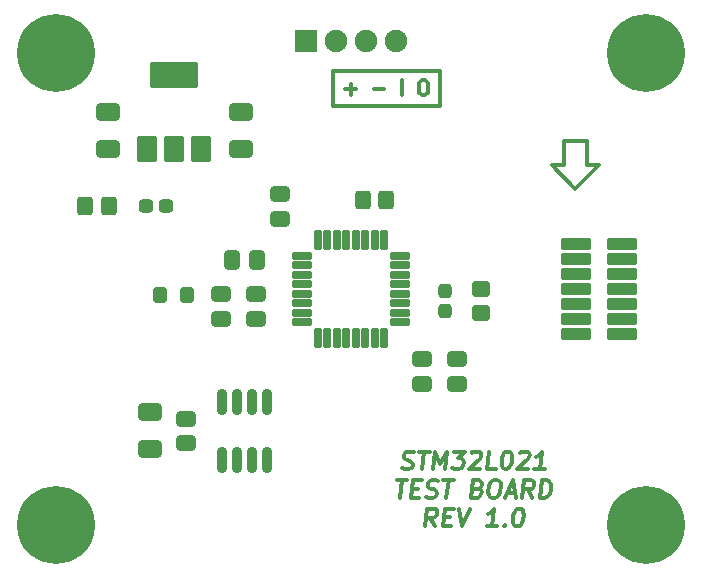
<source format=gbr>
%TF.GenerationSoftware,KiCad,Pcbnew,(6.0.2)*%
%TF.CreationDate,2022-03-31T10:51:58+02:00*%
%TF.ProjectId,stm32l02,73746d33-326c-4303-922e-6b696361645f,rev?*%
%TF.SameCoordinates,Original*%
%TF.FileFunction,Soldermask,Top*%
%TF.FilePolarity,Negative*%
%FSLAX46Y46*%
G04 Gerber Fmt 4.6, Leading zero omitted, Abs format (unit mm)*
G04 Created by KiCad (PCBNEW (6.0.2)) date 2022-03-31 10:51:58*
%MOMM*%
%LPD*%
G01*
G04 APERTURE LIST*
G04 Aperture macros list*
%AMRoundRect*
0 Rectangle with rounded corners*
0 $1 Rounding radius*
0 $2 $3 $4 $5 $6 $7 $8 $9 X,Y pos of 4 corners*
0 Add a 4 corners polygon primitive as box body*
4,1,4,$2,$3,$4,$5,$6,$7,$8,$9,$2,$3,0*
0 Add four circle primitives for the rounded corners*
1,1,$1+$1,$2,$3*
1,1,$1+$1,$4,$5*
1,1,$1+$1,$6,$7*
1,1,$1+$1,$8,$9*
0 Add four rect primitives between the rounded corners*
20,1,$1+$1,$2,$3,$4,$5,0*
20,1,$1+$1,$4,$5,$6,$7,0*
20,1,$1+$1,$6,$7,$8,$9,0*
20,1,$1+$1,$8,$9,$2,$3,0*%
G04 Aperture macros list end*
%ADD10C,0.300000*%
%ADD11RoundRect,0.350000X-0.350000X-0.450000X0.350000X-0.450000X0.350000X0.450000X-0.350000X0.450000X0*%
%ADD12RoundRect,0.350000X0.337500X0.475000X-0.337500X0.475000X-0.337500X-0.475000X0.337500X-0.475000X0*%
%ADD13C,6.600000*%
%ADD14RoundRect,0.337500X-0.237500X0.287500X-0.237500X-0.287500X0.237500X-0.287500X0.237500X0.287500X0*%
%ADD15RoundRect,0.350000X-0.475000X0.337500X-0.475000X-0.337500X0.475000X-0.337500X0.475000X0.337500X0*%
%ADD16RoundRect,0.350000X0.650000X-0.412500X0.650000X0.412500X-0.650000X0.412500X-0.650000X-0.412500X0*%
%ADD17RoundRect,0.225000X-0.625000X-0.125000X0.625000X-0.125000X0.625000X0.125000X-0.625000X0.125000X0*%
%ADD18RoundRect,0.225000X-0.125000X-0.625000X0.125000X-0.625000X0.125000X0.625000X-0.125000X0.625000X0*%
%ADD19RoundRect,0.350000X0.475000X-0.337500X0.475000X0.337500X-0.475000X0.337500X-0.475000X-0.337500X0*%
%ADD20RoundRect,0.100000X-1.200000X-0.370000X1.200000X-0.370000X1.200000X0.370000X-1.200000X0.370000X0*%
%ADD21RoundRect,0.350000X-0.275000X-0.350000X0.275000X-0.350000X0.275000X0.350000X-0.275000X0.350000X0*%
%ADD22RoundRect,0.350000X-0.450000X0.350000X-0.450000X-0.350000X0.450000X-0.350000X0.450000X0.350000X0*%
%ADD23RoundRect,0.337500X-0.287500X-0.237500X0.287500X-0.237500X0.287500X0.237500X-0.287500X0.237500X0*%
%ADD24RoundRect,0.250000X0.150000X-0.825000X0.150000X0.825000X-0.150000X0.825000X-0.150000X-0.825000X0*%
%ADD25RoundRect,0.350000X-0.650000X0.412500X-0.650000X-0.412500X0.650000X-0.412500X0.650000X0.412500X0*%
%ADD26RoundRect,0.350000X0.350000X0.450000X-0.350000X0.450000X-0.350000X-0.450000X0.350000X-0.450000X0*%
%ADD27RoundRect,0.100000X0.750000X-1.000000X0.750000X1.000000X-0.750000X1.000000X-0.750000X-1.000000X0*%
%ADD28RoundRect,0.100000X1.900000X-1.000000X1.900000X1.000000X-1.900000X1.000000X-1.900000X-1.000000X0*%
%ADD29RoundRect,0.100000X-0.850000X0.850000X-0.850000X-0.850000X0.850000X-0.850000X0.850000X0.850000X0*%
%ADD30O,1.900000X1.900000*%
G04 APERTURE END LIST*
D10*
X63500000Y-31500000D02*
X72500000Y-31500000D01*
X82000000Y-39500000D02*
X83000000Y-39500000D01*
X63500000Y-34500000D02*
X63500000Y-31500000D01*
X72500000Y-34500000D02*
X63500000Y-34500000D01*
X84000000Y-41500000D02*
X82000000Y-39500000D01*
X72500000Y-31500000D02*
X72500000Y-34500000D01*
X85000000Y-37500000D02*
X85000000Y-39500000D01*
X83000000Y-37500000D02*
X85000000Y-37500000D01*
X86000000Y-39500000D02*
X84000000Y-41500000D01*
X83000000Y-39500000D02*
X83000000Y-37500000D01*
X85000000Y-39500000D02*
X86000000Y-39500000D01*
X69331205Y-65192142D02*
X69536562Y-65263571D01*
X69893705Y-65263571D01*
X70045491Y-65192142D01*
X70125848Y-65120714D01*
X70215133Y-64977857D01*
X70232991Y-64835000D01*
X70179419Y-64692142D01*
X70116919Y-64620714D01*
X69982991Y-64549285D01*
X69706205Y-64477857D01*
X69572276Y-64406428D01*
X69509776Y-64335000D01*
X69456205Y-64192142D01*
X69474062Y-64049285D01*
X69563348Y-63906428D01*
X69643705Y-63835000D01*
X69795491Y-63763571D01*
X70152633Y-63763571D01*
X70357991Y-63835000D01*
X70795491Y-63763571D02*
X71652633Y-63763571D01*
X71036562Y-65263571D02*
X71224062Y-63763571D01*
X71965133Y-65263571D02*
X72152633Y-63763571D01*
X72518705Y-64835000D01*
X73152633Y-63763571D01*
X72965133Y-65263571D01*
X73724062Y-63763571D02*
X74652633Y-63763571D01*
X74081205Y-64335000D01*
X74295491Y-64335000D01*
X74429419Y-64406428D01*
X74491919Y-64477857D01*
X74545491Y-64620714D01*
X74500848Y-64977857D01*
X74411562Y-65120714D01*
X74331205Y-65192142D01*
X74179419Y-65263571D01*
X73750848Y-65263571D01*
X73616919Y-65192142D01*
X73554419Y-65120714D01*
X75206205Y-63906428D02*
X75286562Y-63835000D01*
X75438348Y-63763571D01*
X75795491Y-63763571D01*
X75929419Y-63835000D01*
X75991919Y-63906428D01*
X76045491Y-64049285D01*
X76027633Y-64192142D01*
X75929419Y-64406428D01*
X74965133Y-65263571D01*
X75893705Y-65263571D01*
X77250848Y-65263571D02*
X76536562Y-65263571D01*
X76724062Y-63763571D01*
X78224062Y-63763571D02*
X78366919Y-63763571D01*
X78500848Y-63835000D01*
X78563348Y-63906428D01*
X78616919Y-64049285D01*
X78652633Y-64335000D01*
X78607991Y-64692142D01*
X78500848Y-64977857D01*
X78411562Y-65120714D01*
X78331205Y-65192142D01*
X78179419Y-65263571D01*
X78036562Y-65263571D01*
X77902633Y-65192142D01*
X77840133Y-65120714D01*
X77786562Y-64977857D01*
X77750848Y-64692142D01*
X77795491Y-64335000D01*
X77902633Y-64049285D01*
X77991919Y-63906428D01*
X78072276Y-63835000D01*
X78224062Y-63763571D01*
X79277633Y-63906428D02*
X79357991Y-63835000D01*
X79509776Y-63763571D01*
X79866919Y-63763571D01*
X80000848Y-63835000D01*
X80063348Y-63906428D01*
X80116919Y-64049285D01*
X80099062Y-64192142D01*
X80000848Y-64406428D01*
X79036562Y-65263571D01*
X79965133Y-65263571D01*
X81393705Y-65263571D02*
X80536562Y-65263571D01*
X80965133Y-65263571D02*
X81152633Y-63763571D01*
X80982991Y-63977857D01*
X80822276Y-64120714D01*
X80670491Y-64192142D01*
X68902633Y-66178571D02*
X69759776Y-66178571D01*
X69143705Y-67678571D02*
X69331205Y-66178571D01*
X70170491Y-66892857D02*
X70670491Y-66892857D01*
X70786562Y-67678571D02*
X70072276Y-67678571D01*
X70259776Y-66178571D01*
X70974062Y-66178571D01*
X71366919Y-67607142D02*
X71572276Y-67678571D01*
X71929419Y-67678571D01*
X72081205Y-67607142D01*
X72161562Y-67535714D01*
X72250848Y-67392857D01*
X72268705Y-67250000D01*
X72215133Y-67107142D01*
X72152633Y-67035714D01*
X72018705Y-66964285D01*
X71741919Y-66892857D01*
X71607991Y-66821428D01*
X71545491Y-66750000D01*
X71491919Y-66607142D01*
X71509776Y-66464285D01*
X71599062Y-66321428D01*
X71679419Y-66250000D01*
X71831205Y-66178571D01*
X72188348Y-66178571D01*
X72393705Y-66250000D01*
X72831205Y-66178571D02*
X73688348Y-66178571D01*
X73072276Y-67678571D02*
X73259776Y-66178571D01*
X75741919Y-66892857D02*
X75947276Y-66964285D01*
X76009776Y-67035714D01*
X76063348Y-67178571D01*
X76036562Y-67392857D01*
X75947276Y-67535714D01*
X75866919Y-67607142D01*
X75715133Y-67678571D01*
X75143705Y-67678571D01*
X75331205Y-66178571D01*
X75831205Y-66178571D01*
X75965133Y-66250000D01*
X76027633Y-66321428D01*
X76081205Y-66464285D01*
X76063348Y-66607142D01*
X75974062Y-66750000D01*
X75893705Y-66821428D01*
X75741919Y-66892857D01*
X75241919Y-66892857D01*
X77116919Y-66178571D02*
X77402633Y-66178571D01*
X77536562Y-66250000D01*
X77661562Y-66392857D01*
X77697276Y-66678571D01*
X77634776Y-67178571D01*
X77527633Y-67464285D01*
X77366919Y-67607142D01*
X77215133Y-67678571D01*
X76929419Y-67678571D01*
X76795491Y-67607142D01*
X76670491Y-67464285D01*
X76634776Y-67178571D01*
X76697276Y-66678571D01*
X76804419Y-66392857D01*
X76965133Y-66250000D01*
X77116919Y-66178571D01*
X78197276Y-67250000D02*
X78911562Y-67250000D01*
X78000848Y-67678571D02*
X78688348Y-66178571D01*
X79000848Y-67678571D01*
X80357991Y-67678571D02*
X79947276Y-66964285D01*
X79500848Y-67678571D02*
X79688348Y-66178571D01*
X80259776Y-66178571D01*
X80393705Y-66250000D01*
X80456205Y-66321428D01*
X80509776Y-66464285D01*
X80482991Y-66678571D01*
X80393705Y-66821428D01*
X80313348Y-66892857D01*
X80161562Y-66964285D01*
X79590133Y-66964285D01*
X81000848Y-67678571D02*
X81188348Y-66178571D01*
X81545491Y-66178571D01*
X81750848Y-66250000D01*
X81875848Y-66392857D01*
X81929419Y-66535714D01*
X81965133Y-66821428D01*
X81938348Y-67035714D01*
X81831205Y-67321428D01*
X81741919Y-67464285D01*
X81581205Y-67607142D01*
X81357991Y-67678571D01*
X81000848Y-67678571D01*
X72143705Y-70093571D02*
X71732991Y-69379285D01*
X71286562Y-70093571D02*
X71474062Y-68593571D01*
X72045491Y-68593571D01*
X72179419Y-68665000D01*
X72241919Y-68736428D01*
X72295491Y-68879285D01*
X72268705Y-69093571D01*
X72179419Y-69236428D01*
X72099062Y-69307857D01*
X71947276Y-69379285D01*
X71375848Y-69379285D01*
X72884776Y-69307857D02*
X73384776Y-69307857D01*
X73500848Y-70093571D02*
X72786562Y-70093571D01*
X72974062Y-68593571D01*
X73688348Y-68593571D01*
X74116919Y-68593571D02*
X74429419Y-70093571D01*
X75116919Y-68593571D01*
X77357991Y-70093571D02*
X76500848Y-70093571D01*
X76929419Y-70093571D02*
X77116919Y-68593571D01*
X76947276Y-68807857D01*
X76786562Y-68950714D01*
X76634776Y-69022142D01*
X78018705Y-69950714D02*
X78081205Y-70022142D01*
X78000848Y-70093571D01*
X77938348Y-70022142D01*
X78018705Y-69950714D01*
X78000848Y-70093571D01*
X79188348Y-68593571D02*
X79331205Y-68593571D01*
X79465133Y-68665000D01*
X79527633Y-68736428D01*
X79581205Y-68879285D01*
X79616919Y-69165000D01*
X79572276Y-69522142D01*
X79465133Y-69807857D01*
X79375848Y-69950714D01*
X79295491Y-70022142D01*
X79143705Y-70093571D01*
X79000848Y-70093571D01*
X78866919Y-70022142D01*
X78804419Y-69950714D01*
X78750848Y-69807857D01*
X78715133Y-69522142D01*
X78759776Y-69165000D01*
X78866919Y-68879285D01*
X78956205Y-68736428D01*
X79036562Y-68665000D01*
X79188348Y-68593571D01*
X64514285Y-33085714D02*
X65428571Y-33085714D01*
X64971428Y-33542857D02*
X64971428Y-32628571D01*
X66914285Y-33085714D02*
X67828571Y-33085714D01*
X69314285Y-33542857D02*
X69314285Y-32342857D01*
X71028571Y-32342857D02*
X71257142Y-32342857D01*
X71371428Y-32400000D01*
X71485714Y-32514285D01*
X71542857Y-32742857D01*
X71542857Y-33142857D01*
X71485714Y-33371428D01*
X71371428Y-33485714D01*
X71257142Y-33542857D01*
X71028571Y-33542857D01*
X70914285Y-33485714D01*
X70800000Y-33371428D01*
X70742857Y-33142857D01*
X70742857Y-32742857D01*
X70800000Y-32514285D01*
X70914285Y-32400000D01*
X71028571Y-32342857D01*
D11*
%TO.C,R3*%
X66000000Y-42500000D03*
X68000000Y-42500000D03*
%TD*%
D12*
%TO.C,C10*%
X57037500Y-47500000D03*
X54962500Y-47500000D03*
%TD*%
D13*
%TO.C,H3*%
X90000000Y-70000000D03*
%TD*%
D14*
%TO.C,D1*%
X73000000Y-50125000D03*
X73000000Y-51875000D03*
%TD*%
D15*
%TO.C,C7*%
X57000000Y-50462500D03*
X57000000Y-52537500D03*
%TD*%
D16*
%TO.C,C4*%
X55700000Y-38162500D03*
X55700000Y-35037500D03*
%TD*%
D17*
%TO.C,U1*%
X60825000Y-47200000D03*
X60825000Y-48000000D03*
X60825000Y-48800000D03*
X60825000Y-49600000D03*
X60825000Y-50400000D03*
X60825000Y-51200000D03*
X60825000Y-52000000D03*
X60825000Y-52800000D03*
D18*
X62200000Y-54175000D03*
X63000000Y-54175000D03*
X63800000Y-54175000D03*
X64600000Y-54175000D03*
X65400000Y-54175000D03*
X66200000Y-54175000D03*
X67000000Y-54175000D03*
X67800000Y-54175000D03*
D17*
X69175000Y-52800000D03*
X69175000Y-52000000D03*
X69175000Y-51200000D03*
X69175000Y-50400000D03*
X69175000Y-49600000D03*
X69175000Y-48800000D03*
X69175000Y-48000000D03*
X69175000Y-47200000D03*
D18*
X67800000Y-45825000D03*
X67000000Y-45825000D03*
X66200000Y-45825000D03*
X65400000Y-45825000D03*
X64600000Y-45825000D03*
X63800000Y-45825000D03*
X63000000Y-45825000D03*
X62200000Y-45825000D03*
%TD*%
D19*
%TO.C,C9*%
X51000000Y-63037500D03*
X51000000Y-60962500D03*
%TD*%
D20*
%TO.C,J1*%
X84050000Y-46190000D03*
X87950000Y-46190000D03*
X84050000Y-47460000D03*
X87950000Y-47460000D03*
X84050000Y-48730000D03*
X87950000Y-48730000D03*
X84050000Y-50000000D03*
X87950000Y-50000000D03*
X84050000Y-51270000D03*
X87950000Y-51270000D03*
X84050000Y-52540000D03*
X87950000Y-52540000D03*
X84050000Y-53810000D03*
X87950000Y-53810000D03*
%TD*%
D21*
%TO.C,L1*%
X48850000Y-50500000D03*
X51150000Y-50500000D03*
%TD*%
D13*
%TO.C,H4*%
X40000000Y-70000000D03*
%TD*%
D22*
%TO.C,R1*%
X76000000Y-50000000D03*
X76000000Y-52000000D03*
%TD*%
D23*
%TO.C,D2*%
X47625000Y-43000000D03*
X49375000Y-43000000D03*
%TD*%
D19*
%TO.C,C2*%
X59000000Y-44037500D03*
X59000000Y-41962500D03*
%TD*%
D15*
%TO.C,C5*%
X54000000Y-50462500D03*
X54000000Y-52537500D03*
%TD*%
D24*
%TO.C,U3*%
X54095000Y-64475000D03*
X55365000Y-64475000D03*
X56635000Y-64475000D03*
X57905000Y-64475000D03*
X57905000Y-59525000D03*
X56635000Y-59525000D03*
X55365000Y-59525000D03*
X54095000Y-59525000D03*
%TD*%
D15*
%TO.C,C1*%
X74000000Y-55962500D03*
X74000000Y-58037500D03*
%TD*%
D13*
%TO.C,H2*%
X90000000Y-30000000D03*
%TD*%
D16*
%TO.C,C8*%
X48000000Y-63562500D03*
X48000000Y-60437500D03*
%TD*%
D13*
%TO.C,H1*%
X40000000Y-30000000D03*
%TD*%
D25*
%TO.C,C6*%
X44400000Y-35037500D03*
X44400000Y-38162500D03*
%TD*%
D15*
%TO.C,C3*%
X71000000Y-55962500D03*
X71000000Y-58037500D03*
%TD*%
D26*
%TO.C,R2*%
X44500000Y-43000000D03*
X42500000Y-43000000D03*
%TD*%
D27*
%TO.C,U2*%
X47700000Y-38150000D03*
X50000000Y-38150000D03*
D28*
X50000000Y-31850000D03*
D27*
X52300000Y-38150000D03*
%TD*%
D29*
%TO.C,J2*%
X61200000Y-29000000D03*
D30*
X63740000Y-29000000D03*
X66280000Y-29000000D03*
X68820000Y-29000000D03*
%TD*%
M02*

</source>
